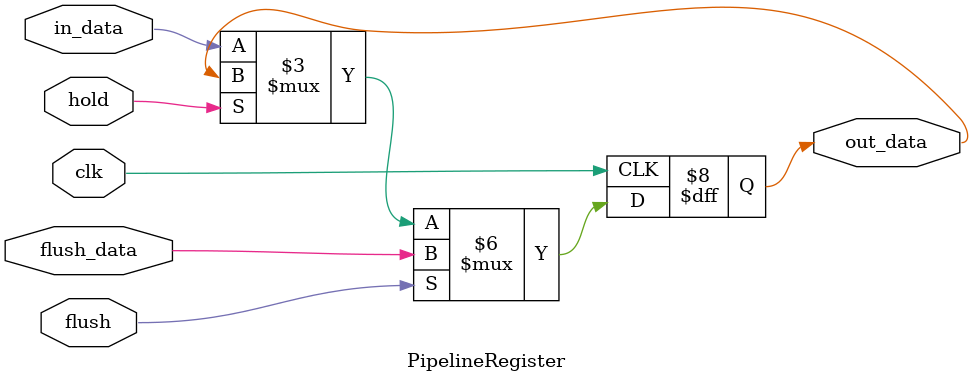
<source format=sv>
`timescale 1ns / 1ps

module PipelineRegister#(parameter SIZE=1)(
        input clk,
        input flush = 0,
        input hold = 0,
        input [SIZE-1:0] flush_data = 0,
        input [SIZE-1:0] in_data, 
        output logic [SIZE-1:0] out_data
    );
    always_ff @(posedge clk) begin
        if (flush) 
            out_data <= flush_data;
        else if (hold)
            out_data <= out_data;
        else 
            out_data <= in_data;
    end
endmodule

</source>
